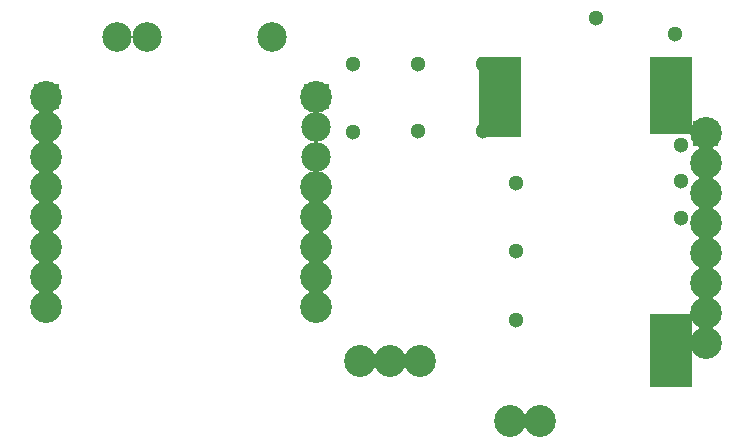
<source format=gbr>
%FSLAX34Y34*%
%MOMM*%
%LNSOLDERMASK_BOTTOM*%
G71*
G01*
%ADD10C,2.700*%
%ADD11C,2.500*%
%ADD12C,1.300*%
%ADD13C,2.120*%
%LPD*%
X39850Y304650D02*
G54D10*
D03*
X39850Y279250D02*
G54D10*
D03*
X39850Y253850D02*
G54D10*
D03*
X39850Y228450D02*
G54D10*
D03*
X39850Y203050D02*
G54D10*
D03*
X39850Y177650D02*
G54D10*
D03*
X39850Y152250D02*
G54D10*
D03*
X39850Y126850D02*
G54D10*
D03*
X268450Y304650D02*
G54D10*
D03*
X268450Y279250D02*
G54D11*
D03*
X268450Y253850D02*
G54D11*
D03*
X268450Y228450D02*
G54D10*
D03*
X268450Y203050D02*
G54D10*
D03*
X268450Y177650D02*
G54D10*
D03*
X268450Y152250D02*
G54D10*
D03*
X268450Y126850D02*
G54D10*
D03*
X125016Y355600D02*
G54D11*
D03*
X231378Y355600D02*
G54D11*
D03*
G36*
X406259Y309306D02*
X442259Y309306D01*
X442259Y273306D01*
X406259Y273306D01*
X406259Y309306D01*
G37*
G36*
X550722Y309306D02*
X586722Y309306D01*
X586722Y273306D01*
X550722Y273306D01*
X550722Y309306D01*
G37*
G36*
X550722Y94994D02*
X586722Y94994D01*
X586722Y58994D01*
X550722Y58994D01*
X550722Y94994D01*
G37*
G36*
X406259Y337881D02*
X442259Y337881D01*
X442259Y301881D01*
X406259Y301881D01*
X406259Y337881D01*
G37*
G36*
X550722Y337881D02*
X586722Y337881D01*
X586722Y301881D01*
X550722Y301881D01*
X550722Y337881D01*
G37*
X571897Y357981D02*
G54D12*
D03*
X598091Y96044D02*
G54D10*
D03*
X598091Y121444D02*
G54D10*
D03*
X598091Y146844D02*
G54D10*
D03*
X598091Y172244D02*
G54D10*
D03*
X598091Y197644D02*
G54D10*
D03*
X598091Y223044D02*
G54D10*
D03*
X598091Y248444D02*
G54D10*
D03*
X598091Y273844D02*
G54D10*
D03*
G36*
X550722Y120394D02*
X586722Y120394D01*
X586722Y84394D01*
X550722Y84394D01*
X550722Y120394D01*
G37*
X99616Y355600D02*
G54D11*
D03*
X457597Y29766D02*
G54D10*
D03*
G36*
X50450Y315250D02*
X50450Y294050D01*
X29250Y294050D01*
X29250Y315250D01*
X50450Y315250D01*
G37*
X39850Y279250D02*
G54D13*
D03*
X39850Y253850D02*
G54D13*
D03*
X39850Y228450D02*
G54D13*
D03*
X39850Y203050D02*
G54D13*
D03*
X39850Y177650D02*
G54D13*
D03*
X39850Y152250D02*
G54D13*
D03*
X39850Y126850D02*
G54D13*
D03*
G36*
X279050Y315250D02*
X279050Y294050D01*
X257850Y294050D01*
X257850Y315250D01*
X279050Y315250D01*
G37*
X268450Y279250D02*
G54D13*
D03*
X268450Y253850D02*
G54D13*
D03*
X268450Y228450D02*
G54D13*
D03*
X268450Y203050D02*
G54D13*
D03*
X268450Y177650D02*
G54D13*
D03*
X268450Y152250D02*
G54D13*
D03*
X268450Y126850D02*
G54D13*
D03*
X39850Y279250D02*
G54D12*
D03*
G36*
X608691Y284443D02*
X608691Y263243D01*
X587491Y263243D01*
X587491Y284443D01*
X608691Y284443D01*
G37*
X598091Y248444D02*
G54D13*
D03*
X598091Y223044D02*
G54D13*
D03*
X598091Y197644D02*
G54D13*
D03*
X598091Y172244D02*
G54D13*
D03*
X598091Y146844D02*
G54D13*
D03*
X598091Y121444D02*
G54D13*
D03*
X598091Y96044D02*
G54D13*
D03*
X505619Y371078D02*
G54D12*
D03*
X300038Y275109D02*
G54D12*
D03*
X354666Y275745D02*
G54D12*
D03*
X409832Y275348D02*
G54D12*
D03*
X598091Y223044D02*
G54D10*
D03*
G36*
X406259Y306330D02*
X442259Y306330D01*
X442259Y270330D01*
X406259Y270330D01*
X406259Y306330D01*
G37*
X432197Y29766D02*
G54D10*
D03*
X300038Y332581D02*
G54D12*
D03*
X354666Y332423D02*
G54D12*
D03*
X409832Y332423D02*
G54D12*
D03*
X437301Y232013D02*
G54D12*
D03*
X437301Y173673D02*
G54D12*
D03*
X437301Y115332D02*
G54D12*
D03*
X577350Y202306D02*
G54D12*
D03*
X577350Y233262D02*
G54D12*
D03*
X577350Y263821D02*
G54D12*
D03*
X305197Y80566D02*
G54D10*
D03*
X330597Y80566D02*
G54D10*
D03*
X355997Y80566D02*
G54D10*
D03*
M02*

</source>
